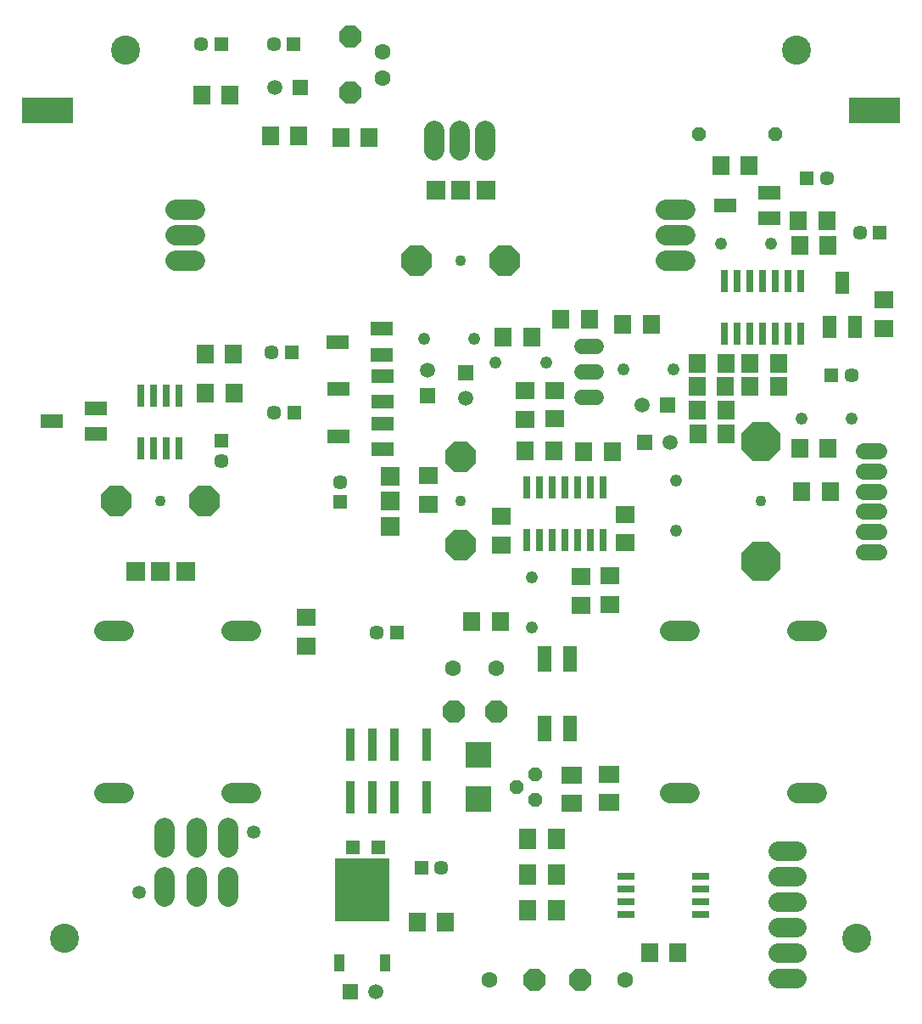
<source format=gbr>
G04 EAGLE Gerber X2 export*
%TF.Part,Single*%
%TF.FileFunction,Soldermask,Top,1*%
%TF.FilePolarity,Positive*%
%TF.GenerationSoftware,Autodesk,EAGLE,9.2.2*%
%TF.CreationDate,2019-04-19T13:44:37Z*%
G75*
%MOMM*%
%FSLAX34Y34*%
%LPD*%
%INSoldermask Top*%
%AMOC8*
5,1,8,0,0,1.08239X$1,22.5*%
G01*
%ADD10C,1.244600*%
%ADD11R,1.451600X1.451600*%
%ADD12C,1.451600*%
%ADD13R,1.701600X1.901600*%
%ADD14R,1.901600X1.701600*%
%ADD15C,1.509600*%
%ADD16R,1.509600X1.509600*%
%ADD17R,0.701600X2.301600*%
%ADD18C,2.051600*%
%ADD19R,0.901600X3.201600*%
%ADD20P,2.446851X8X112.500000*%
%ADD21R,1.371600X2.641600*%
%ADD22R,1.701600X1.904600*%
%ADD23R,2.286000X1.422400*%
%ADD24R,1.904600X1.701600*%
%ADD25R,1.422400X2.286000*%
%ADD26R,2.101600X1.701600*%
%ADD27R,1.701600X2.101600*%
%ADD28R,1.101600X1.701600*%
%ADD29R,5.501600X6.301600*%
%ADD30R,1.651000X0.635000*%
%ADD31R,1.981200X1.981200*%
%ADD32P,3.357141X8X292.500000*%
%ADD33C,1.101600*%
%ADD34P,2.446851X8X22.500000*%
%ADD35P,2.446851X8X202.500000*%
%ADD36R,2.501600X2.501600*%
%ADD37R,1.371600X1.371600*%
%ADD38C,1.609600*%
%ADD39P,4.233877X8X292.500000*%
%ADD40C,1.981200*%
%ADD41C,1.351600*%
%ADD42C,2.901600*%
%ADD43R,5.181600X2.641600*%
%ADD44P,1.539592X8X112.500000*%
%ADD45C,1.601600*%
%ADD46P,3.357141X8X202.500000*%
%ADD47C,2.057400*%
%ADD48P,3.357141X8X112.500000*%
%ADD49C,1.524000*%
%ADD50P,1.539592X8X22.500000*%


D10*
X513722Y384460D03*
X513722Y434460D03*
D11*
X812551Y635345D03*
D12*
X832551Y635345D03*
D11*
X273939Y658477D03*
D12*
X253939Y658477D03*
D13*
X679574Y576956D03*
X707574Y576956D03*
D10*
X782905Y592749D03*
X832905Y592749D03*
X527562Y648635D03*
X477562Y648635D03*
D11*
X321794Y509377D03*
D12*
X321794Y529377D03*
D11*
X788182Y832407D03*
D12*
X808182Y832407D03*
D11*
X861071Y777583D03*
D12*
X841071Y777583D03*
D10*
X604711Y641405D03*
X654711Y641405D03*
D11*
X276089Y598484D03*
D12*
X256089Y598484D03*
D10*
X657859Y530638D03*
X657859Y480638D03*
D11*
X203425Y570566D03*
D12*
X203425Y550566D03*
D11*
X378902Y378804D03*
D12*
X358902Y378804D03*
D14*
X591425Y435479D03*
X591425Y407479D03*
D11*
X276037Y965820D03*
D12*
X256037Y965820D03*
D13*
X184396Y915428D03*
X212396Y915428D03*
X399453Y90453D03*
X427453Y90453D03*
D11*
X403109Y144963D03*
D12*
X423109Y144963D03*
D11*
X203287Y965665D03*
D12*
X183287Y965665D03*
D13*
X280920Y874103D03*
X252920Y874103D03*
D15*
X357957Y20706D03*
D16*
X332557Y20706D03*
D15*
X256960Y923048D03*
D16*
X282360Y923048D03*
D17*
X521232Y471705D03*
X521232Y523705D03*
X508532Y471705D03*
X533932Y471705D03*
X546632Y471705D03*
X508532Y523705D03*
X533932Y523705D03*
X546632Y523705D03*
X572032Y471705D03*
X572032Y523705D03*
X559332Y471705D03*
X584732Y471705D03*
X559332Y523705D03*
X584732Y523705D03*
X718251Y677263D03*
X718251Y729263D03*
X705551Y677263D03*
X730951Y677263D03*
X743651Y677263D03*
X705551Y729263D03*
X730951Y729263D03*
X743651Y729263D03*
X769051Y677263D03*
X769051Y729263D03*
X756351Y677263D03*
X781751Y677263D03*
X756351Y729263D03*
X781751Y729263D03*
D18*
X106250Y218850D02*
X86750Y218850D01*
X86750Y381150D02*
X106250Y381150D01*
X213750Y218850D02*
X233250Y218850D01*
X233250Y381150D02*
X213750Y381150D01*
D19*
X408205Y267599D03*
X376205Y267599D03*
X354205Y267599D03*
X332205Y267599D03*
X408205Y214599D03*
X376205Y214599D03*
X354205Y214599D03*
X332205Y214599D03*
D20*
X515874Y32854D03*
X561679Y32854D03*
D21*
X526483Y283179D03*
X551883Y283179D03*
X551883Y353179D03*
X526483Y353179D03*
D18*
X778750Y381150D02*
X798250Y381150D01*
X798250Y218850D02*
X778750Y218850D01*
X671250Y381150D02*
X651750Y381150D01*
X651750Y218850D02*
X671250Y218850D01*
D22*
X706993Y624985D03*
X678553Y624985D03*
D23*
X750408Y792147D03*
X706408Y804877D03*
X750408Y817607D03*
X363686Y656399D03*
X319686Y669129D03*
X363686Y681859D03*
D24*
X536457Y620752D03*
X536457Y592312D03*
D22*
X535225Y560010D03*
X506785Y560010D03*
D23*
X364540Y609573D03*
X320540Y622303D03*
X364540Y635033D03*
D22*
X604107Y686424D03*
X632547Y686424D03*
X809189Y765476D03*
X780749Y765476D03*
X730724Y845148D03*
X702284Y845148D03*
D25*
X810893Y684048D03*
X823623Y728048D03*
X836353Y684048D03*
D24*
X864531Y710902D03*
X864531Y682462D03*
X288000Y394220D03*
X288000Y365780D03*
D23*
X77998Y576990D03*
X33998Y589720D03*
X77998Y602450D03*
D26*
X553327Y237285D03*
X553327Y209285D03*
D22*
X678935Y601007D03*
X707375Y601007D03*
X807929Y790055D03*
X779489Y790055D03*
X707297Y647430D03*
X678857Y647430D03*
D27*
X537699Y173758D03*
X509699Y173758D03*
D22*
X759743Y624832D03*
X731303Y624832D03*
X811403Y519796D03*
X782963Y519796D03*
X809293Y562512D03*
X780853Y562512D03*
D27*
X509699Y137862D03*
X537699Y137862D03*
D26*
X590727Y237434D03*
X590727Y209434D03*
D22*
X453780Y390000D03*
X482220Y390000D03*
X731427Y647449D03*
X759867Y647449D03*
X565602Y559432D03*
X594042Y559432D03*
D24*
X562917Y406603D03*
X562917Y435043D03*
D22*
X513214Y673783D03*
X484774Y673783D03*
X542394Y691388D03*
X570834Y691388D03*
D28*
X321513Y49774D03*
X367113Y49774D03*
D29*
X344313Y122774D03*
D30*
X607481Y136458D03*
X607481Y123758D03*
X607481Y111058D03*
X607481Y98358D03*
X681649Y98358D03*
X681649Y111058D03*
X681649Y123758D03*
X681649Y136458D03*
D31*
X168000Y440000D03*
X143000Y440000D03*
X118000Y440000D03*
D32*
X187000Y510000D03*
X99000Y510000D03*
D33*
X143000Y510000D03*
D34*
X332290Y918003D03*
D35*
X332290Y973295D03*
D36*
X460171Y257116D03*
X460171Y213116D03*
D37*
X335188Y164867D03*
X360588Y164867D03*
D38*
X844462Y539996D02*
X859542Y539996D01*
X859542Y559996D02*
X844462Y559996D01*
X844462Y459996D02*
X859542Y459996D01*
X859542Y519996D02*
X844462Y519996D01*
X844462Y499996D02*
X859542Y499996D01*
X859542Y479996D02*
X844462Y479996D01*
D39*
X742002Y569996D03*
X742002Y449996D03*
D33*
X742002Y509996D03*
D40*
X759298Y161666D02*
X778094Y161666D01*
X778094Y136266D02*
X759298Y136266D01*
X759298Y110866D02*
X778094Y110866D01*
X778094Y85466D02*
X759298Y85466D01*
X759298Y60066D02*
X778094Y60066D01*
X778094Y34666D02*
X759298Y34666D01*
D18*
X146800Y115500D02*
X146800Y135000D01*
X178800Y135000D02*
X178800Y115500D01*
X210800Y115500D02*
X210800Y135000D01*
X210800Y165000D02*
X210800Y184500D01*
X178800Y184500D02*
X178800Y165000D01*
X146800Y165000D02*
X146800Y184500D01*
D41*
X121800Y120000D03*
X235800Y180000D03*
D42*
X108000Y960000D03*
X778000Y960000D03*
D10*
X702253Y766759D03*
X752253Y766759D03*
D43*
X855323Y900000D03*
X30529Y900000D03*
D44*
X516971Y237414D03*
X497921Y224714D03*
X516971Y212014D03*
D42*
X47000Y74500D03*
X838000Y74500D03*
D45*
X364520Y958431D03*
X364520Y932359D03*
X606469Y32854D03*
X471084Y32854D03*
D13*
X350791Y873022D03*
X322791Y873022D03*
D27*
X537699Y101966D03*
X509699Y101966D03*
D24*
X506739Y591943D03*
X506739Y620383D03*
D15*
X409773Y641036D03*
D16*
X409773Y615636D03*
D15*
X447437Y612644D03*
D16*
X447437Y638044D03*
D15*
X651406Y568795D03*
D16*
X626006Y568795D03*
D15*
X623884Y605694D03*
D16*
X649284Y605694D03*
D10*
X406382Y672032D03*
X456382Y672032D03*
D22*
X215728Y656933D03*
X187288Y656933D03*
X187898Y617508D03*
X216338Y617508D03*
D31*
X372500Y535000D03*
X372500Y510000D03*
X372500Y485000D03*
D46*
X442500Y554000D03*
X442500Y466000D03*
D33*
X442500Y510000D03*
D23*
X364357Y561834D03*
X320357Y574564D03*
X364357Y587294D03*
D24*
X482818Y466620D03*
X482818Y495060D03*
X606637Y468766D03*
X606637Y497206D03*
D17*
X148250Y615223D03*
X148250Y563223D03*
X160950Y615223D03*
X135550Y615223D03*
X122850Y615223D03*
X160950Y563223D03*
X135550Y563223D03*
X122850Y563223D03*
D13*
X659112Y60270D03*
X631112Y60270D03*
D34*
X477780Y300331D03*
X435292Y300368D03*
D45*
X477780Y343701D03*
X434855Y343370D03*
D24*
X409972Y507407D03*
X409972Y535847D03*
D47*
X647613Y800970D02*
X667171Y800970D01*
X667171Y775570D02*
X647613Y775570D01*
X647613Y750170D02*
X667171Y750170D01*
X177171Y800970D02*
X157613Y800970D01*
X157613Y775570D02*
X177171Y775570D01*
X177171Y750170D02*
X157613Y750170D01*
X416592Y860109D02*
X416592Y879667D01*
X441992Y879667D02*
X441992Y860109D01*
X467392Y860109D02*
X467392Y879667D01*
D31*
X467500Y820000D03*
X442500Y820000D03*
X417500Y820000D03*
D48*
X486500Y750000D03*
X398500Y750000D03*
D33*
X442500Y750000D03*
D49*
X563798Y613850D02*
X578022Y613850D01*
X578022Y639250D02*
X563798Y639250D01*
X563798Y664650D02*
X578022Y664650D01*
D50*
X680197Y876111D03*
X756397Y876111D03*
M02*

</source>
